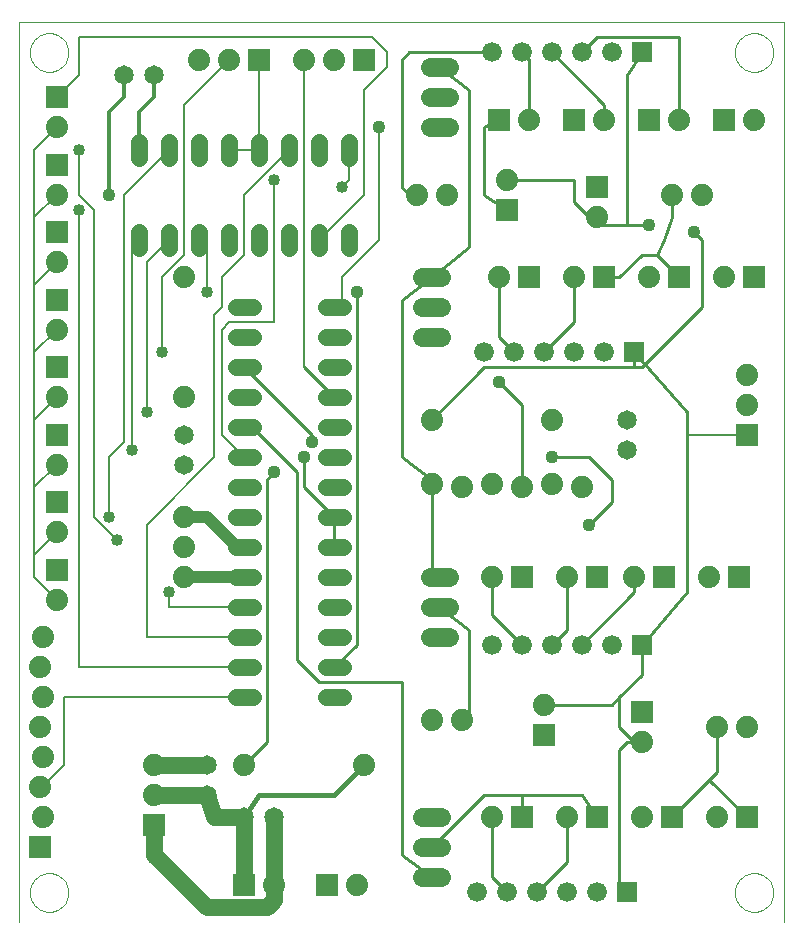
<source format=gtl>
G75*
%MOIN*%
%OFA0B0*%
%FSLAX24Y24*%
%IPPOS*%
%LPD*%
%AMOC8*
5,1,8,0,0,1.08239X$1,22.5*
%
%ADD10C,0.0000*%
%ADD11R,0.0740X0.0740*%
%ADD12C,0.0740*%
%ADD13C,0.0650*%
%ADD14C,0.0560*%
%ADD15C,0.0640*%
%ADD16R,0.0660X0.0660*%
%ADD17C,0.0660*%
%ADD18C,0.0100*%
%ADD19C,0.0436*%
%ADD20C,0.0080*%
%ADD21C,0.0120*%
%ADD22C,0.0160*%
%ADD23C,0.0400*%
%ADD24C,0.0440*%
%ADD25C,0.0400*%
D10*
X000100Y000150D02*
X000100Y030150D01*
X025600Y030150D01*
X025600Y000150D01*
X023957Y001150D02*
X023959Y001200D01*
X023965Y001251D01*
X023975Y001300D01*
X023988Y001349D01*
X024006Y001396D01*
X024027Y001442D01*
X024052Y001486D01*
X024080Y001528D01*
X024111Y001568D01*
X024145Y001605D01*
X024182Y001639D01*
X024222Y001670D01*
X024264Y001698D01*
X024308Y001723D01*
X024354Y001744D01*
X024401Y001762D01*
X024450Y001775D01*
X024499Y001785D01*
X024550Y001791D01*
X024600Y001793D01*
X024650Y001791D01*
X024701Y001785D01*
X024750Y001775D01*
X024799Y001762D01*
X024846Y001744D01*
X024892Y001723D01*
X024936Y001698D01*
X024978Y001670D01*
X025018Y001639D01*
X025055Y001605D01*
X025089Y001568D01*
X025120Y001528D01*
X025148Y001486D01*
X025173Y001442D01*
X025194Y001396D01*
X025212Y001349D01*
X025225Y001300D01*
X025235Y001251D01*
X025241Y001200D01*
X025243Y001150D01*
X025241Y001100D01*
X025235Y001049D01*
X025225Y001000D01*
X025212Y000951D01*
X025194Y000904D01*
X025173Y000858D01*
X025148Y000814D01*
X025120Y000772D01*
X025089Y000732D01*
X025055Y000695D01*
X025018Y000661D01*
X024978Y000630D01*
X024936Y000602D01*
X024892Y000577D01*
X024846Y000556D01*
X024799Y000538D01*
X024750Y000525D01*
X024701Y000515D01*
X024650Y000509D01*
X024600Y000507D01*
X024550Y000509D01*
X024499Y000515D01*
X024450Y000525D01*
X024401Y000538D01*
X024354Y000556D01*
X024308Y000577D01*
X024264Y000602D01*
X024222Y000630D01*
X024182Y000661D01*
X024145Y000695D01*
X024111Y000732D01*
X024080Y000772D01*
X024052Y000814D01*
X024027Y000858D01*
X024006Y000904D01*
X023988Y000951D01*
X023975Y001000D01*
X023965Y001049D01*
X023959Y001100D01*
X023957Y001150D01*
X000457Y001150D02*
X000459Y001200D01*
X000465Y001251D01*
X000475Y001300D01*
X000488Y001349D01*
X000506Y001396D01*
X000527Y001442D01*
X000552Y001486D01*
X000580Y001528D01*
X000611Y001568D01*
X000645Y001605D01*
X000682Y001639D01*
X000722Y001670D01*
X000764Y001698D01*
X000808Y001723D01*
X000854Y001744D01*
X000901Y001762D01*
X000950Y001775D01*
X000999Y001785D01*
X001050Y001791D01*
X001100Y001793D01*
X001150Y001791D01*
X001201Y001785D01*
X001250Y001775D01*
X001299Y001762D01*
X001346Y001744D01*
X001392Y001723D01*
X001436Y001698D01*
X001478Y001670D01*
X001518Y001639D01*
X001555Y001605D01*
X001589Y001568D01*
X001620Y001528D01*
X001648Y001486D01*
X001673Y001442D01*
X001694Y001396D01*
X001712Y001349D01*
X001725Y001300D01*
X001735Y001251D01*
X001741Y001200D01*
X001743Y001150D01*
X001741Y001100D01*
X001735Y001049D01*
X001725Y001000D01*
X001712Y000951D01*
X001694Y000904D01*
X001673Y000858D01*
X001648Y000814D01*
X001620Y000772D01*
X001589Y000732D01*
X001555Y000695D01*
X001518Y000661D01*
X001478Y000630D01*
X001436Y000602D01*
X001392Y000577D01*
X001346Y000556D01*
X001299Y000538D01*
X001250Y000525D01*
X001201Y000515D01*
X001150Y000509D01*
X001100Y000507D01*
X001050Y000509D01*
X000999Y000515D01*
X000950Y000525D01*
X000901Y000538D01*
X000854Y000556D01*
X000808Y000577D01*
X000764Y000602D01*
X000722Y000630D01*
X000682Y000661D01*
X000645Y000695D01*
X000611Y000732D01*
X000580Y000772D01*
X000552Y000814D01*
X000527Y000858D01*
X000506Y000904D01*
X000488Y000951D01*
X000475Y001000D01*
X000465Y001049D01*
X000459Y001100D01*
X000457Y001150D01*
X000457Y029150D02*
X000459Y029200D01*
X000465Y029251D01*
X000475Y029300D01*
X000488Y029349D01*
X000506Y029396D01*
X000527Y029442D01*
X000552Y029486D01*
X000580Y029528D01*
X000611Y029568D01*
X000645Y029605D01*
X000682Y029639D01*
X000722Y029670D01*
X000764Y029698D01*
X000808Y029723D01*
X000854Y029744D01*
X000901Y029762D01*
X000950Y029775D01*
X000999Y029785D01*
X001050Y029791D01*
X001100Y029793D01*
X001150Y029791D01*
X001201Y029785D01*
X001250Y029775D01*
X001299Y029762D01*
X001346Y029744D01*
X001392Y029723D01*
X001436Y029698D01*
X001478Y029670D01*
X001518Y029639D01*
X001555Y029605D01*
X001589Y029568D01*
X001620Y029528D01*
X001648Y029486D01*
X001673Y029442D01*
X001694Y029396D01*
X001712Y029349D01*
X001725Y029300D01*
X001735Y029251D01*
X001741Y029200D01*
X001743Y029150D01*
X001741Y029100D01*
X001735Y029049D01*
X001725Y029000D01*
X001712Y028951D01*
X001694Y028904D01*
X001673Y028858D01*
X001648Y028814D01*
X001620Y028772D01*
X001589Y028732D01*
X001555Y028695D01*
X001518Y028661D01*
X001478Y028630D01*
X001436Y028602D01*
X001392Y028577D01*
X001346Y028556D01*
X001299Y028538D01*
X001250Y028525D01*
X001201Y028515D01*
X001150Y028509D01*
X001100Y028507D01*
X001050Y028509D01*
X000999Y028515D01*
X000950Y028525D01*
X000901Y028538D01*
X000854Y028556D01*
X000808Y028577D01*
X000764Y028602D01*
X000722Y028630D01*
X000682Y028661D01*
X000645Y028695D01*
X000611Y028732D01*
X000580Y028772D01*
X000552Y028814D01*
X000527Y028858D01*
X000506Y028904D01*
X000488Y028951D01*
X000475Y029000D01*
X000465Y029049D01*
X000459Y029100D01*
X000457Y029150D01*
X023957Y029150D02*
X023959Y029200D01*
X023965Y029251D01*
X023975Y029300D01*
X023988Y029349D01*
X024006Y029396D01*
X024027Y029442D01*
X024052Y029486D01*
X024080Y029528D01*
X024111Y029568D01*
X024145Y029605D01*
X024182Y029639D01*
X024222Y029670D01*
X024264Y029698D01*
X024308Y029723D01*
X024354Y029744D01*
X024401Y029762D01*
X024450Y029775D01*
X024499Y029785D01*
X024550Y029791D01*
X024600Y029793D01*
X024650Y029791D01*
X024701Y029785D01*
X024750Y029775D01*
X024799Y029762D01*
X024846Y029744D01*
X024892Y029723D01*
X024936Y029698D01*
X024978Y029670D01*
X025018Y029639D01*
X025055Y029605D01*
X025089Y029568D01*
X025120Y029528D01*
X025148Y029486D01*
X025173Y029442D01*
X025194Y029396D01*
X025212Y029349D01*
X025225Y029300D01*
X025235Y029251D01*
X025241Y029200D01*
X025243Y029150D01*
X025241Y029100D01*
X025235Y029049D01*
X025225Y029000D01*
X025212Y028951D01*
X025194Y028904D01*
X025173Y028858D01*
X025148Y028814D01*
X025120Y028772D01*
X025089Y028732D01*
X025055Y028695D01*
X025018Y028661D01*
X024978Y028630D01*
X024936Y028602D01*
X024892Y028577D01*
X024846Y028556D01*
X024799Y028538D01*
X024750Y028525D01*
X024701Y028515D01*
X024650Y028509D01*
X024600Y028507D01*
X024550Y028509D01*
X024499Y028515D01*
X024450Y028525D01*
X024401Y028538D01*
X024354Y028556D01*
X024308Y028577D01*
X024264Y028602D01*
X024222Y028630D01*
X024182Y028661D01*
X024145Y028695D01*
X024111Y028732D01*
X024080Y028772D01*
X024052Y028814D01*
X024027Y028858D01*
X024006Y028904D01*
X023988Y028951D01*
X023975Y029000D01*
X023965Y029049D01*
X023959Y029100D01*
X023957Y029150D01*
D11*
X023600Y026900D03*
X021100Y026900D03*
X019350Y024650D03*
X018600Y026900D03*
X016100Y026900D03*
X016350Y023900D03*
X017100Y021650D03*
X019600Y021650D03*
X022100Y021650D03*
X024600Y021650D03*
X024350Y016400D03*
X024100Y011650D03*
X021600Y011650D03*
X019350Y011650D03*
X016850Y011650D03*
X020850Y007150D03*
X021850Y003650D03*
X019350Y003650D03*
X016850Y003650D03*
X017600Y006400D03*
X024350Y003650D03*
X010350Y001400D03*
X007600Y001400D03*
X004600Y003400D03*
X000800Y002650D03*
X001350Y011900D03*
X001350Y014150D03*
X001350Y016400D03*
X001350Y018650D03*
X001350Y020900D03*
X001350Y023150D03*
X001350Y025400D03*
X001350Y027650D03*
X008100Y028900D03*
X011600Y028900D03*
D12*
X010600Y028900D03*
X009600Y028900D03*
X007100Y028900D03*
X006100Y028900D03*
X001350Y026650D03*
X001350Y024400D03*
X001350Y022150D03*
X001350Y019900D03*
X001350Y017650D03*
X001350Y015400D03*
X001350Y013150D03*
X001350Y010900D03*
X000900Y009650D03*
X000800Y008650D03*
X000900Y007650D03*
X000800Y006650D03*
X000900Y005650D03*
X000800Y004650D03*
X000900Y003650D03*
X004600Y004400D03*
X004600Y005400D03*
X007600Y005400D03*
X008600Y001400D03*
X011350Y001400D03*
X011600Y005400D03*
X013850Y006900D03*
X014850Y006900D03*
X015850Y003650D03*
X018350Y003650D03*
X020850Y003650D03*
X020850Y006150D03*
X023350Y006650D03*
X024350Y006650D03*
X023350Y003650D03*
X017600Y007400D03*
X018350Y011650D03*
X020600Y011650D03*
X023100Y011650D03*
X018850Y014650D03*
X017850Y014750D03*
X016850Y014650D03*
X015850Y014750D03*
X014850Y014650D03*
X013850Y014750D03*
X013850Y016900D03*
X017850Y016900D03*
X018600Y021650D03*
X019350Y023650D03*
X021100Y021650D03*
X021850Y024400D03*
X022850Y024400D03*
X022100Y026900D03*
X019600Y026900D03*
X017100Y026900D03*
X016350Y024900D03*
X014350Y024400D03*
X013350Y024400D03*
X016100Y021650D03*
X023600Y021650D03*
X024350Y018400D03*
X024350Y017400D03*
X024600Y026900D03*
X015850Y011650D03*
X005600Y011650D03*
X005600Y012650D03*
X005600Y013650D03*
X005600Y017650D03*
X005600Y021650D03*
D13*
X005600Y016400D03*
X005600Y015400D03*
X006350Y005400D03*
X006350Y004400D03*
X007600Y003650D03*
X008600Y003650D03*
X020350Y015900D03*
X020350Y016900D03*
X004600Y028400D03*
X003600Y028400D03*
D14*
X004100Y026180D02*
X004100Y025620D01*
X005100Y025620D02*
X005100Y026180D01*
X006100Y026180D02*
X006100Y025620D01*
X007100Y025620D02*
X007100Y026180D01*
X008100Y026180D02*
X008100Y025620D01*
X009100Y025620D02*
X009100Y026180D01*
X010100Y026180D02*
X010100Y025620D01*
X011100Y025620D02*
X011100Y026180D01*
X011100Y023180D02*
X011100Y022620D01*
X010100Y022620D02*
X010100Y023180D01*
X009100Y023180D02*
X009100Y022620D01*
X008100Y022620D02*
X008100Y023180D01*
X007100Y023180D02*
X007100Y022620D01*
X006100Y022620D02*
X006100Y023180D01*
X005100Y023180D02*
X005100Y022620D01*
X004100Y022620D02*
X004100Y023180D01*
X007320Y020650D02*
X007880Y020650D01*
X007880Y019650D02*
X007320Y019650D01*
X007320Y018650D02*
X007880Y018650D01*
X007880Y017650D02*
X007320Y017650D01*
X007320Y016650D02*
X007880Y016650D01*
X007880Y015650D02*
X007320Y015650D01*
X007320Y014650D02*
X007880Y014650D01*
X007880Y013650D02*
X007320Y013650D01*
X007320Y012650D02*
X007880Y012650D01*
X007880Y011650D02*
X007320Y011650D01*
X007320Y010650D02*
X007880Y010650D01*
X007880Y009650D02*
X007320Y009650D01*
X007320Y008650D02*
X007880Y008650D01*
X007880Y007650D02*
X007320Y007650D01*
X006350Y005400D02*
X004600Y005400D01*
X004600Y004400D02*
X006350Y004400D01*
X006600Y003650D01*
X007600Y003650D01*
X007600Y001400D01*
X008350Y000650D02*
X008600Y000900D01*
X008600Y001400D01*
X008600Y003650D01*
X008350Y000650D02*
X006350Y000650D01*
X004600Y002400D01*
X004600Y003400D01*
X010320Y007650D02*
X010880Y007650D01*
X010880Y008650D02*
X010320Y008650D01*
X010320Y009650D02*
X010880Y009650D01*
X010880Y010650D02*
X010320Y010650D01*
X010320Y011650D02*
X010880Y011650D01*
X010880Y012650D02*
X010320Y012650D01*
X010320Y013650D02*
X010880Y013650D01*
X010880Y014650D02*
X010320Y014650D01*
X010320Y015650D02*
X010880Y015650D01*
X010880Y016650D02*
X010320Y016650D01*
X010320Y017650D02*
X010880Y017650D01*
X010880Y018650D02*
X010320Y018650D01*
X010320Y019650D02*
X010880Y019650D01*
X010880Y020650D02*
X010320Y020650D01*
D15*
X013530Y020650D02*
X014170Y020650D01*
X014170Y021650D02*
X013530Y021650D01*
X013530Y019650D02*
X014170Y019650D01*
X014420Y026650D02*
X013780Y026650D01*
X013780Y027650D02*
X014420Y027650D01*
X014420Y028650D02*
X013780Y028650D01*
X013780Y011650D02*
X014420Y011650D01*
X014420Y010650D02*
X013780Y010650D01*
X013780Y009650D02*
X014420Y009650D01*
X014170Y003650D02*
X013530Y003650D01*
X013530Y002650D02*
X014170Y002650D01*
X014170Y001650D02*
X013530Y001650D01*
D16*
X020350Y001150D03*
X020850Y009400D03*
X020600Y019150D03*
X020850Y029150D03*
D17*
X019850Y029150D03*
X018850Y029150D03*
X017850Y029150D03*
X016850Y029150D03*
X015850Y029150D03*
X015600Y019150D03*
X016600Y019150D03*
X017600Y019150D03*
X018600Y019150D03*
X019600Y019150D03*
X019850Y009400D03*
X018850Y009400D03*
X017850Y009400D03*
X016850Y009400D03*
X015850Y009400D03*
X015350Y001150D03*
X016350Y001150D03*
X017350Y001150D03*
X018350Y001150D03*
X019350Y001150D03*
D18*
X020100Y001400D02*
X020350Y001150D01*
X020100Y001400D02*
X020100Y005900D01*
X020350Y006150D01*
X020850Y006150D01*
X020600Y006150D01*
X020100Y006650D01*
X020100Y007650D01*
X019850Y007400D01*
X017600Y007400D01*
X017850Y009400D02*
X018350Y009900D01*
X018350Y011650D01*
X019100Y013400D02*
X019850Y014150D01*
X019850Y014900D01*
X019100Y015650D01*
X017850Y015650D01*
X016850Y014650D02*
X016850Y017400D01*
X016100Y018150D01*
X015600Y018650D02*
X020600Y018650D01*
X020850Y018650D01*
X022850Y020650D01*
X022850Y022900D01*
X022600Y023150D01*
X021850Y023650D02*
X021850Y024400D01*
X021850Y023650D02*
X021600Y022900D01*
X021350Y022400D01*
X022100Y021650D01*
X021350Y022400D02*
X020850Y022400D01*
X020100Y021650D01*
X019600Y021650D01*
X018600Y021650D02*
X018600Y020150D01*
X017600Y019150D01*
X016600Y019150D02*
X016100Y019650D01*
X016100Y021650D01*
X015100Y022650D02*
X013850Y021650D01*
X012850Y020900D01*
X012850Y015650D01*
X013850Y014900D01*
X013850Y014750D01*
X013850Y011900D01*
X014100Y011650D01*
X014100Y010650D02*
X015100Y009900D01*
X015100Y007150D01*
X014850Y006900D01*
X012850Y008150D02*
X012850Y002400D01*
X013850Y001650D01*
X013850Y002650D02*
X015600Y004400D01*
X016850Y004400D01*
X018850Y004400D01*
X019350Y003650D01*
X018350Y003650D02*
X018350Y002150D01*
X017350Y001150D01*
X016350Y001150D02*
X015850Y001650D01*
X015850Y003650D01*
X016850Y003650D02*
X016850Y004400D01*
X020100Y007650D02*
X020850Y008400D01*
X020850Y009400D01*
X022350Y011150D01*
X022350Y016400D01*
X022350Y017150D01*
X020600Y019150D01*
X020600Y018650D01*
X020350Y023400D02*
X019600Y023400D01*
X019350Y023650D01*
X019100Y023650D01*
X018600Y024150D01*
X018600Y024900D01*
X016350Y024900D01*
X015600Y024400D02*
X015600Y026650D01*
X016100Y026900D01*
X017100Y026900D02*
X017100Y028900D01*
X016850Y029150D01*
X015850Y029150D02*
X013100Y029150D01*
X012850Y028900D01*
X012850Y024650D01*
X013100Y024400D01*
X013350Y024400D01*
X015100Y022650D02*
X015100Y027900D01*
X014100Y028650D01*
X015600Y024400D02*
X016350Y023900D01*
X019600Y026900D02*
X019600Y027400D01*
X017850Y029150D01*
X018850Y029150D02*
X019350Y029650D01*
X022100Y029650D01*
X022100Y026900D01*
X020350Y028400D02*
X020350Y023400D01*
X021100Y023400D01*
X020350Y028400D02*
X020850Y029150D01*
X015600Y018650D02*
X013850Y016900D01*
X010600Y017650D02*
X009600Y018650D01*
X007600Y018650D02*
X009850Y016400D01*
X009850Y016150D01*
X009600Y015650D02*
X009600Y014650D01*
X010600Y013650D01*
X010600Y012650D01*
X008350Y014900D02*
X008350Y006150D01*
X007600Y005400D01*
X010100Y008150D02*
X012850Y008150D01*
X011350Y009400D02*
X011350Y021150D01*
X010850Y020900D02*
X010600Y020650D01*
X007850Y016650D02*
X007600Y016650D01*
X007850Y016650D02*
X009350Y015150D01*
X009350Y008900D01*
X010100Y008150D01*
X010600Y008650D02*
X011350Y009400D01*
X015850Y010400D02*
X015850Y011650D01*
X015850Y010400D02*
X016850Y009400D01*
X018850Y009400D02*
X020600Y011150D01*
X020600Y011650D01*
X023350Y006650D02*
X023350Y005150D01*
X023100Y004900D01*
X024350Y003650D01*
X023100Y004900D02*
X021850Y003650D01*
X008600Y015150D02*
X008350Y014900D01*
D19*
X003100Y024400D03*
X012100Y026650D03*
X021100Y023400D03*
X022600Y023150D03*
X017850Y015650D03*
X019100Y013400D03*
D20*
X022350Y016400D02*
X024350Y016400D01*
X012350Y028650D02*
X012350Y029150D01*
X011850Y029650D01*
X002100Y029650D01*
X002100Y028400D01*
X001350Y027650D01*
X001350Y026650D02*
X000600Y025900D01*
X000600Y023650D01*
X000600Y021400D01*
X000600Y019150D01*
X000600Y016900D01*
X000600Y014650D01*
X000600Y012400D01*
X001350Y013150D01*
X000600Y012400D02*
X000600Y011650D01*
X001350Y010900D01*
X002100Y008650D02*
X002100Y023900D01*
X002100Y024400D02*
X002100Y025900D01*
X002100Y024400D02*
X002600Y023900D01*
X002600Y013650D01*
X003350Y012900D01*
X003100Y013650D02*
X003100Y015650D01*
X003600Y016150D01*
X003600Y024400D01*
X005100Y025900D01*
X005600Y027400D02*
X005600Y022400D01*
X004850Y021650D01*
X004850Y019150D01*
X006350Y021150D02*
X006350Y022650D01*
X006100Y022900D01*
X005100Y022900D02*
X004350Y022150D01*
X004350Y017150D01*
X003850Y015900D02*
X003850Y022650D01*
X004100Y022900D01*
X001350Y022150D02*
X000600Y021400D01*
X001350Y019900D02*
X000600Y019150D01*
X001350Y017650D02*
X000600Y016900D01*
X001350Y015400D02*
X000600Y014650D01*
X004350Y013400D02*
X006600Y015650D01*
X006600Y020400D01*
X006850Y020650D01*
X006850Y021650D01*
X007600Y022400D01*
X007600Y024400D01*
X009100Y025900D01*
X008600Y024900D02*
X008600Y020150D01*
X007100Y020150D01*
X006850Y019900D01*
X006850Y016400D01*
X007600Y015650D01*
X009600Y018650D02*
X009600Y028900D01*
X008100Y028900D02*
X008100Y025900D01*
X007100Y025900D01*
X005600Y027400D02*
X007100Y028900D01*
X011100Y024900D02*
X010850Y024650D01*
X011100Y024900D02*
X011100Y025900D01*
X012100Y026650D02*
X012100Y022900D01*
X010850Y021650D01*
X010850Y020900D01*
X010100Y022900D02*
X011600Y024400D01*
X011600Y027900D01*
X012350Y028650D01*
X001350Y024400D02*
X000600Y023650D01*
X004350Y013400D02*
X004350Y009650D01*
X007600Y009650D01*
X007600Y008650D02*
X002100Y008650D01*
X001600Y007650D02*
X001600Y005400D01*
X000850Y004650D01*
X000800Y004650D01*
X001600Y007650D02*
X007600Y007650D01*
X007600Y010650D02*
X005100Y010650D01*
X005100Y011150D01*
D21*
X003100Y024400D02*
X003100Y027150D01*
X003600Y027650D01*
X003600Y028400D01*
X004600Y028400D02*
X004600Y027650D01*
X004100Y027150D01*
X004100Y025900D01*
D22*
X011600Y005400D02*
X010600Y004400D01*
X008100Y004400D01*
X007600Y003650D01*
D23*
X007600Y011650D02*
X005600Y011650D01*
X005600Y013650D02*
X006350Y013650D01*
X007350Y012650D01*
X007600Y012650D01*
D24*
X008600Y015150D03*
X009600Y015650D03*
X009850Y016150D03*
X011350Y021150D03*
X016100Y018150D03*
D25*
X010850Y024650D03*
X008600Y024900D03*
X006350Y021150D03*
X004850Y019150D03*
X004350Y017150D03*
X003850Y015900D03*
X003100Y013650D03*
X003350Y012900D03*
X005100Y011150D03*
X002100Y023900D03*
X002100Y025900D03*
M02*

</source>
